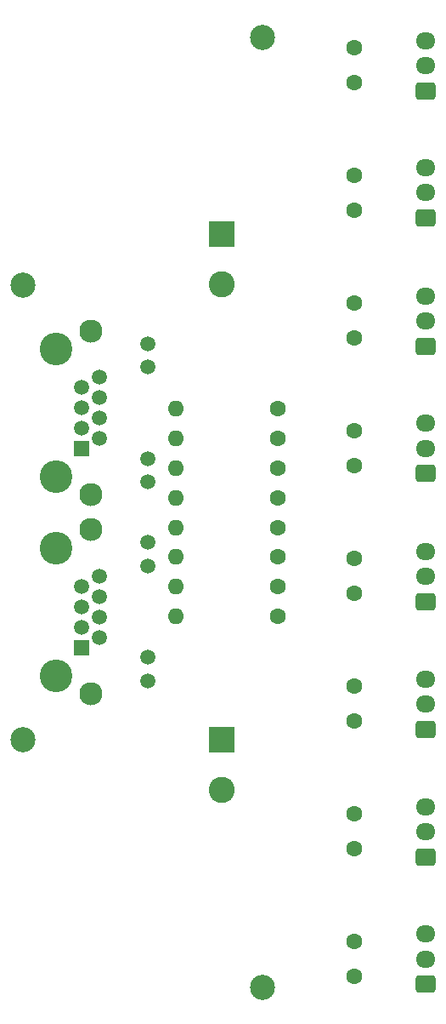
<source format=gbr>
%TF.GenerationSoftware,KiCad,Pcbnew,7.0.2*%
%TF.CreationDate,2023-05-20T11:27:23+02:00*%
%TF.ProjectId,octostrip,6f63746f-7374-4726-9970-2e6b69636164,rev?*%
%TF.SameCoordinates,Original*%
%TF.FileFunction,Soldermask,Top*%
%TF.FilePolarity,Negative*%
%FSLAX46Y46*%
G04 Gerber Fmt 4.6, Leading zero omitted, Abs format (unit mm)*
G04 Created by KiCad (PCBNEW 7.0.2) date 2023-05-20 11:27:23*
%MOMM*%
%LPD*%
G01*
G04 APERTURE LIST*
G04 Aperture macros list*
%AMRoundRect*
0 Rectangle with rounded corners*
0 $1 Rounding radius*
0 $2 $3 $4 $5 $6 $7 $8 $9 X,Y pos of 4 corners*
0 Add a 4 corners polygon primitive as box body*
4,1,4,$2,$3,$4,$5,$6,$7,$8,$9,$2,$3,0*
0 Add four circle primitives for the rounded corners*
1,1,$1+$1,$2,$3*
1,1,$1+$1,$4,$5*
1,1,$1+$1,$6,$7*
1,1,$1+$1,$8,$9*
0 Add four rect primitives between the rounded corners*
20,1,$1+$1,$2,$3,$4,$5,0*
20,1,$1+$1,$4,$5,$6,$7,0*
20,1,$1+$1,$6,$7,$8,$9,0*
20,1,$1+$1,$8,$9,$2,$3,0*%
G04 Aperture macros list end*
%ADD10R,2.600000X2.600000*%
%ADD11C,2.600000*%
%ADD12C,3.250000*%
%ADD13R,1.500000X1.500000*%
%ADD14C,1.500000*%
%ADD15C,2.300000*%
%ADD16C,1.600000*%
%ADD17C,2.500000*%
%ADD18O,1.600000X1.600000*%
%ADD19RoundRect,0.250000X0.725000X-0.600000X0.725000X0.600000X-0.725000X0.600000X-0.725000X-0.600000X0*%
%ADD20O,1.950000X1.700000*%
G04 APERTURE END LIST*
D10*
%TO.C,Power1*%
X77208000Y-73954000D03*
D11*
X77208000Y-78954000D03*
%TD*%
D12*
%TO.C,RJ2*%
X60708000Y-117850000D03*
X60708000Y-105150000D03*
D13*
X63248000Y-115060000D03*
D14*
X65028000Y-114044000D03*
X63248000Y-113028000D03*
X65028000Y-112012000D03*
X63248000Y-110996000D03*
X65028000Y-109980000D03*
X63248000Y-108964000D03*
X65028000Y-107948000D03*
X69848000Y-118360000D03*
X69848000Y-116070000D03*
X69848000Y-106930000D03*
X69848000Y-104640000D03*
D15*
X64138000Y-119630000D03*
X64138000Y-103370000D03*
%TD*%
D10*
%TO.C,Power2*%
X77216000Y-124206000D03*
D11*
X77216000Y-129206000D03*
%TD*%
D16*
%TO.C,C8*%
X90424000Y-144272000D03*
X90424000Y-147772000D03*
%TD*%
D17*
%TO.C,H2*%
X81280000Y-54356000D03*
%TD*%
%TO.C,H3*%
X81280000Y-148844000D03*
%TD*%
D16*
%TO.C,C6*%
X90424000Y-118900000D03*
X90424000Y-122400000D03*
%TD*%
%TO.C,R5*%
X82804000Y-103124000D03*
D18*
X72644000Y-103124000D03*
%TD*%
D16*
%TO.C,R6*%
X82804000Y-106074000D03*
D18*
X72644000Y-106074000D03*
%TD*%
D19*
%TO.C,STRIP6*%
X97536000Y-123190000D03*
D20*
X97536000Y-120690000D03*
X97536000Y-118190000D03*
%TD*%
D16*
%TO.C,R2*%
X82804000Y-94274000D03*
D18*
X72644000Y-94274000D03*
%TD*%
D16*
%TO.C,R4*%
X82804000Y-100174000D03*
D18*
X72644000Y-100174000D03*
%TD*%
D16*
%TO.C,C7*%
X90424000Y-131600000D03*
X90424000Y-135100000D03*
%TD*%
%TO.C,C2*%
X90424000Y-68072000D03*
X90424000Y-71572000D03*
%TD*%
%TO.C,C1*%
X90424000Y-55400000D03*
X90424000Y-58900000D03*
%TD*%
D17*
%TO.C,H1*%
X57404000Y-78994000D03*
%TD*%
D19*
%TO.C,STRIP4*%
X97536000Y-97750000D03*
D20*
X97536000Y-95250000D03*
X97536000Y-92750000D03*
%TD*%
D16*
%TO.C,R1*%
X82804000Y-91324000D03*
D18*
X72644000Y-91324000D03*
%TD*%
D16*
%TO.C,R7*%
X82804000Y-109024000D03*
D18*
X72644000Y-109024000D03*
%TD*%
D19*
%TO.C,STRIP5*%
X97536000Y-110490000D03*
D20*
X97536000Y-107990000D03*
X97536000Y-105490000D03*
%TD*%
D19*
%TO.C,STRIP2*%
X97536000Y-72310000D03*
D20*
X97536000Y-69810000D03*
X97536000Y-67310000D03*
%TD*%
D16*
%TO.C,R8*%
X82804000Y-111974000D03*
D18*
X72644000Y-111974000D03*
%TD*%
D16*
%TO.C,C3*%
X90424000Y-80772000D03*
X90424000Y-84272000D03*
%TD*%
%TO.C,C4*%
X90424000Y-93472000D03*
X90424000Y-96972000D03*
%TD*%
D19*
%TO.C,STRIP3*%
X97536000Y-85090000D03*
D20*
X97536000Y-82590000D03*
X97536000Y-80090000D03*
%TD*%
D16*
%TO.C,R3*%
X82804000Y-97224000D03*
D18*
X72644000Y-97224000D03*
%TD*%
D12*
%TO.C,RJ1*%
X60710000Y-98042000D03*
X60710000Y-85342000D03*
D13*
X63250000Y-95252000D03*
D14*
X65030000Y-94236000D03*
X63250000Y-93220000D03*
X65030000Y-92204000D03*
X63250000Y-91188000D03*
X65030000Y-90172000D03*
X63250000Y-89156000D03*
X65030000Y-88140000D03*
X69850000Y-98552000D03*
X69850000Y-96262000D03*
X69850000Y-87122000D03*
X69850000Y-84832000D03*
D15*
X64140000Y-99822000D03*
X64140000Y-83562000D03*
%TD*%
D17*
%TO.C,H4*%
X57404000Y-124206000D03*
%TD*%
D16*
%TO.C,C5*%
X90424000Y-106172000D03*
X90424000Y-109672000D03*
%TD*%
D19*
%TO.C,STRIP8*%
X97536000Y-148550000D03*
D20*
X97536000Y-146050000D03*
X97536000Y-143550000D03*
%TD*%
D19*
%TO.C,STRIP7*%
X97536000Y-135890000D03*
D20*
X97536000Y-133390000D03*
X97536000Y-130890000D03*
%TD*%
D19*
%TO.C,STRIP1*%
X97536000Y-59690000D03*
D20*
X97536000Y-57190000D03*
X97536000Y-54690000D03*
%TD*%
M02*

</source>
